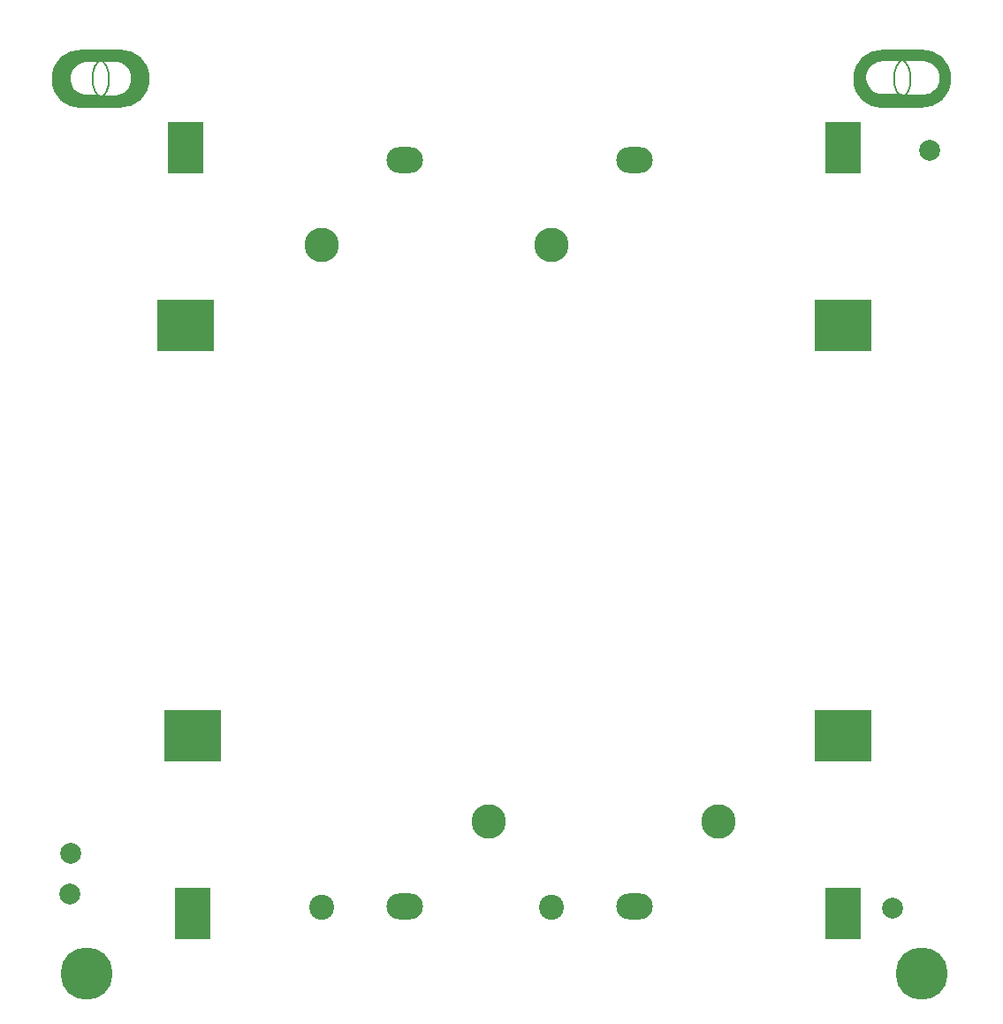
<source format=gbr>
%TF.GenerationSoftware,KiCad,Pcbnew,9.0.0*%
%TF.CreationDate,2025-03-28T16:48:43-07:00*%
%TF.ProjectId,battery_pack_v1,62617474-6572-4795-9f70-61636b5f7631,rev?*%
%TF.SameCoordinates,Original*%
%TF.FileFunction,Soldermask,Top*%
%TF.FilePolarity,Negative*%
%FSLAX46Y46*%
G04 Gerber Fmt 4.6, Leading zero omitted, Abs format (unit mm)*
G04 Created by KiCad (PCBNEW 9.0.0) date 2025-03-28 16:48:43*
%MOMM*%
%LPD*%
G01*
G04 APERTURE LIST*
%ADD10C,0.150000*%
%ADD11C,5.000000*%
%ADD12C,1.850000*%
%ADD13R,3.500000X5.000000*%
%ADD14R,5.500000X5.000000*%
%ADD15C,2.000000*%
%ADD16C,3.300000*%
%ADD17C,2.400000*%
%ADD18O,3.500000X2.500000*%
G04 APERTURE END LIST*
D10*
X116650476Y-45874617D02*
G75*
G02*
X111235682Y-45874617I-2707397J0D01*
G01*
X111235682Y-45874617D02*
G75*
G02*
X116650476Y-45874617I2707397J0D01*
G01*
X120435487Y-45849319D02*
G75*
G02*
X115050671Y-45849319I-2692408J0D01*
G01*
X115050671Y-45849319D02*
G75*
G02*
X120435487Y-45849319I2692408J0D01*
G01*
X193450476Y-45874617D02*
G75*
G02*
X188035682Y-45874617I-2707397J0D01*
G01*
X188035682Y-45874617D02*
G75*
G02*
X193450476Y-45874617I2707397J0D01*
G01*
X113943079Y-48571364D02*
X117743079Y-48577871D01*
X194593079Y-43171364D02*
X190793079Y-43177871D01*
X190743079Y-48571364D02*
X194543079Y-48577871D01*
X197235487Y-45849319D02*
G75*
G02*
X191850671Y-45849319I-2692408J0D01*
G01*
X191850671Y-45849319D02*
G75*
G02*
X197235487Y-45849319I2692408J0D01*
G01*
X117793079Y-43171364D02*
X113993079Y-43177871D01*
D11*
%TO.C,*%
X194500000Y-131530000D03*
%TD*%
D12*
%TO.C,J4*%
X187000000Y-53000000D03*
X187000000Y-69000000D03*
D13*
X187000000Y-52500000D03*
D14*
X187000000Y-69500000D03*
%TD*%
D15*
%TO.C,TP2*%
X113000000Y-120000000D03*
%TD*%
D12*
%TO.C,J3*%
X124000000Y-53000000D03*
X124000000Y-69000000D03*
D13*
X124000000Y-52500000D03*
D14*
X124000000Y-69500000D03*
%TD*%
D15*
%TO.C,TP5*%
X195250000Y-52750000D03*
%TD*%
D16*
%TO.C,BT1*%
X137000000Y-61790000D03*
X153000000Y-116990000D03*
D17*
X137000000Y-125190000D03*
D18*
X145000000Y-53670000D03*
X145000000Y-125110000D03*
%TD*%
D16*
%TO.C,BT2*%
X159000000Y-61790000D03*
X175000000Y-116990000D03*
D17*
X159000000Y-125190000D03*
D18*
X167000000Y-53670000D03*
X167000000Y-125110000D03*
%TD*%
D12*
%TO.C,J2*%
X124641287Y-125250000D03*
X124641287Y-109250000D03*
D13*
X124641287Y-125750000D03*
D14*
X124641287Y-108750000D03*
%TD*%
D11*
%TO.C,*%
X114500000Y-131530000D03*
%TD*%
D15*
%TO.C,TP4*%
X112860000Y-123900000D03*
%TD*%
%TO.C,TP3*%
X191750000Y-125250000D03*
%TD*%
D12*
%TO.C,J5*%
X187000000Y-125250000D03*
X187000000Y-109250000D03*
D13*
X187000000Y-125750000D03*
D14*
X187000000Y-108750000D03*
%TD*%
G36*
X113842180Y-43172174D02*
G01*
X117737436Y-43163506D01*
X117746926Y-43163843D01*
X118394290Y-43211290D01*
X118433542Y-43220645D01*
X119002532Y-43457725D01*
X119025518Y-43470249D01*
X119487197Y-43788081D01*
X119508982Y-43807108D01*
X119990500Y-44336779D01*
X120005757Y-44357459D01*
X120183905Y-44659084D01*
X120197526Y-44692100D01*
X120439378Y-45642900D01*
X120443258Y-45672457D01*
X120448767Y-46134094D01*
X120440934Y-46179355D01*
X120103608Y-47090255D01*
X120094849Y-47109011D01*
X119907608Y-47436684D01*
X119889417Y-47461102D01*
X119466304Y-47905034D01*
X119450696Y-47918903D01*
X119067653Y-48206185D01*
X119049535Y-48217509D01*
X118755076Y-48368466D01*
X118730060Y-48378088D01*
X118009032Y-48570363D01*
X117976566Y-48574617D01*
X113654443Y-48574617D01*
X113631903Y-48572585D01*
X113113558Y-48478340D01*
X113074882Y-48464502D01*
X112603354Y-48202401D01*
X112591334Y-48194801D01*
X112251582Y-47952121D01*
X112242975Y-47945391D01*
X112044196Y-47775571D01*
X112042022Y-47773671D01*
X111736781Y-47500558D01*
X111711399Y-47469172D01*
X111525004Y-47142981D01*
X111518770Y-47130518D01*
X111350237Y-46741155D01*
X111340843Y-46706732D01*
X111293059Y-46324460D01*
X111237617Y-45889792D01*
X111237432Y-45859425D01*
X111243553Y-45806312D01*
X112976192Y-45806312D01*
X112991951Y-46055473D01*
X113046729Y-46299027D01*
X113046735Y-46299046D01*
X113139164Y-46530941D01*
X113266952Y-46745411D01*
X113266959Y-46745421D01*
X113426909Y-46937097D01*
X113615040Y-47101212D01*
X113615039Y-47101212D01*
X113826650Y-47233662D01*
X113826655Y-47233665D01*
X114056490Y-47331163D01*
X114298791Y-47391263D01*
X114298805Y-47391265D01*
X114422952Y-47404311D01*
X114422959Y-47404312D01*
X117173179Y-47429322D01*
X117298905Y-47426987D01*
X117298908Y-47426986D01*
X117547291Y-47387651D01*
X117786469Y-47309943D01*
X117786471Y-47309942D01*
X118010548Y-47195774D01*
X118214009Y-47047955D01*
X118214010Y-47047954D01*
X118391828Y-46870140D01*
X118391833Y-46870134D01*
X118539656Y-46666678D01*
X118539656Y-46666677D01*
X118653824Y-46442614D01*
X118653827Y-46442606D01*
X118731541Y-46203435D01*
X118770884Y-45955038D01*
X118770884Y-45703561D01*
X118731541Y-45455164D01*
X118653827Y-45215993D01*
X118653824Y-45215985D01*
X118539656Y-44991922D01*
X118539656Y-44991921D01*
X118391833Y-44788465D01*
X118391828Y-44788459D01*
X118214010Y-44610645D01*
X118214009Y-44610644D01*
X118010548Y-44462825D01*
X117786471Y-44348657D01*
X117786469Y-44348656D01*
X117547291Y-44270948D01*
X117298904Y-44231613D01*
X117173155Y-44229321D01*
X114472935Y-44255106D01*
X114348411Y-44264125D01*
X114104324Y-44316509D01*
X114104318Y-44316511D01*
X113871516Y-44406663D01*
X113871509Y-44406666D01*
X113655801Y-44532338D01*
X113462555Y-44690404D01*
X113296606Y-44876907D01*
X113296602Y-44876911D01*
X113162078Y-45087214D01*
X113162071Y-45087227D01*
X113062331Y-45316071D01*
X113062328Y-45316082D01*
X112999848Y-45557784D01*
X112976192Y-45806312D01*
X111243553Y-45806312D01*
X111304863Y-45274294D01*
X111308883Y-45254104D01*
X111403895Y-44921562D01*
X111409112Y-44906831D01*
X111587965Y-44486630D01*
X111600547Y-44463906D01*
X111923302Y-44001055D01*
X111952752Y-43971074D01*
X112293083Y-43724613D01*
X112575489Y-43489275D01*
X112614703Y-43467084D01*
X113362664Y-43206533D01*
X113383399Y-43201234D01*
X113655431Y-43155895D01*
X113690320Y-43154981D01*
X113842180Y-43172174D01*
G37*
G36*
X190642180Y-43172174D02*
G01*
X194537436Y-43163506D01*
X194546926Y-43163843D01*
X195194290Y-43211290D01*
X195233542Y-43220645D01*
X195802532Y-43457725D01*
X195825518Y-43470249D01*
X196287197Y-43788081D01*
X196308982Y-43807108D01*
X196790500Y-44336779D01*
X196805757Y-44357459D01*
X196983905Y-44659084D01*
X196997526Y-44692100D01*
X197239378Y-45642900D01*
X197243258Y-45672457D01*
X197248767Y-46134094D01*
X197240934Y-46179355D01*
X196903608Y-47090255D01*
X196894849Y-47109011D01*
X196707608Y-47436684D01*
X196689417Y-47461102D01*
X196266304Y-47905034D01*
X196250696Y-47918903D01*
X195867653Y-48206185D01*
X195849535Y-48217509D01*
X195555076Y-48368466D01*
X195530060Y-48378088D01*
X194809032Y-48570363D01*
X194776566Y-48574617D01*
X190454443Y-48574617D01*
X190431903Y-48572585D01*
X189913558Y-48478340D01*
X189874882Y-48464502D01*
X189403354Y-48202401D01*
X189391334Y-48194801D01*
X189051582Y-47952121D01*
X189042975Y-47945391D01*
X188844196Y-47775571D01*
X188842022Y-47773671D01*
X188536781Y-47500558D01*
X188511399Y-47469172D01*
X188325004Y-47142981D01*
X188318770Y-47130518D01*
X188150237Y-46741155D01*
X188140843Y-46706732D01*
X188093059Y-46324460D01*
X188037617Y-45889792D01*
X188037432Y-45859425D01*
X188038017Y-45854347D01*
X189198792Y-45854347D01*
X189198792Y-45854355D01*
X189234376Y-46101854D01*
X189308616Y-46340615D01*
X189419654Y-46564659D01*
X189419658Y-46564666D01*
X189564681Y-46768328D01*
X189564690Y-46768339D01*
X189740082Y-46946541D01*
X189740085Y-46946543D01*
X189941435Y-47094799D01*
X189941438Y-47094801D01*
X190163677Y-47209378D01*
X190163682Y-47209380D01*
X190401237Y-47287406D01*
X190648134Y-47326917D01*
X190648142Y-47326918D01*
X190773264Y-47329323D01*
X194623165Y-47379321D01*
X194748888Y-47376943D01*
X194748908Y-47376941D01*
X194997283Y-47337609D01*
X195236453Y-47259902D01*
X195236455Y-47259901D01*
X195460528Y-47145734D01*
X195663975Y-46997926D01*
X195841800Y-46820106D01*
X195989621Y-46616650D01*
X196103784Y-46392597D01*
X196103787Y-46392589D01*
X196181499Y-46153423D01*
X196220840Y-45905035D01*
X196220840Y-45653564D01*
X196181499Y-45405176D01*
X196103787Y-45166010D01*
X196103784Y-45166002D01*
X195989621Y-44941949D01*
X195841800Y-44738493D01*
X195663975Y-44560673D01*
X195460528Y-44412865D01*
X195236455Y-44298698D01*
X195236453Y-44298697D01*
X194997282Y-44220990D01*
X194997284Y-44220990D01*
X194748905Y-44181657D01*
X194748900Y-44181656D01*
X194623177Y-44179322D01*
X190823995Y-44180114D01*
X190822347Y-44180104D01*
X190698098Y-44178504D01*
X190450079Y-44210161D01*
X190450077Y-44210162D01*
X190210159Y-44280611D01*
X189984394Y-44388080D01*
X189778431Y-44529878D01*
X189597475Y-44702423D01*
X189446046Y-44901402D01*
X189446043Y-44901406D01*
X189327957Y-45121807D01*
X189246181Y-45358087D01*
X189202758Y-45604345D01*
X189198792Y-45854347D01*
X188038017Y-45854347D01*
X188104863Y-45274294D01*
X188108883Y-45254104D01*
X188203895Y-44921562D01*
X188209112Y-44906831D01*
X188387965Y-44486630D01*
X188400547Y-44463906D01*
X188723302Y-44001055D01*
X188752752Y-43971074D01*
X189093083Y-43724613D01*
X189375489Y-43489275D01*
X189414703Y-43467084D01*
X190162664Y-43206533D01*
X190183399Y-43201234D01*
X190455431Y-43155895D01*
X190490320Y-43154981D01*
X190642180Y-43172174D01*
G37*
M02*

</source>
